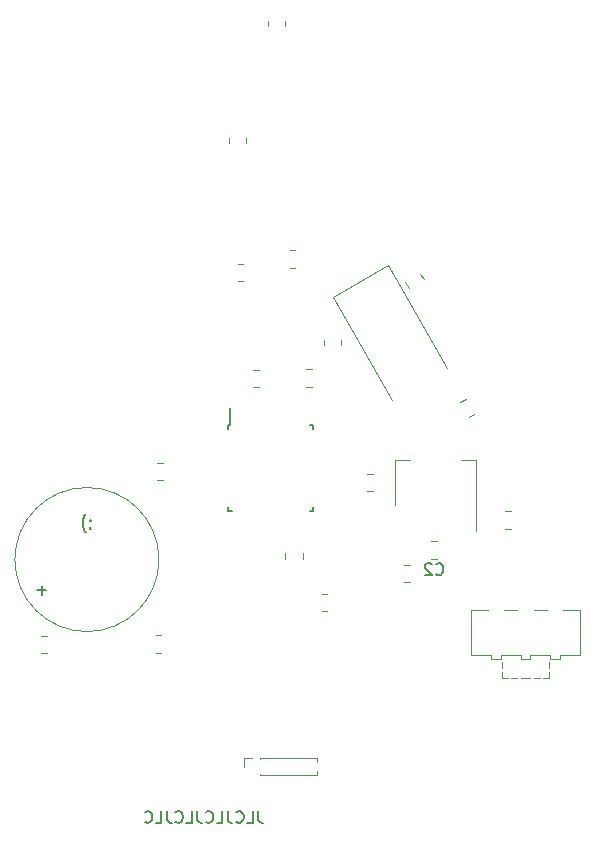
<source format=gbr>
%TF.GenerationSoftware,KiCad,Pcbnew,(5.1.10)-1*%
%TF.CreationDate,2021-11-13T13:30:36-05:00*%
%TF.ProjectId,Electronics Club,456c6563-7472-46f6-9e69-637320436c75,rev?*%
%TF.SameCoordinates,Original*%
%TF.FileFunction,Legend,Bot*%
%TF.FilePolarity,Positive*%
%FSLAX46Y46*%
G04 Gerber Fmt 4.6, Leading zero omitted, Abs format (unit mm)*
G04 Created by KiCad (PCBNEW (5.1.10)-1) date 2021-11-13 13:30:36*
%MOMM*%
%LPD*%
G01*
G04 APERTURE LIST*
%ADD10C,0.150000*%
%ADD11C,0.120000*%
G04 APERTURE END LIST*
D10*
X180552147Y-130681480D02*
X180552147Y-131395766D01*
X180599766Y-131538623D01*
X180695004Y-131633861D01*
X180837861Y-131681480D01*
X180933100Y-131681480D01*
X179599766Y-131681480D02*
X180075957Y-131681480D01*
X180075957Y-130681480D01*
X178695004Y-131586242D02*
X178742623Y-131633861D01*
X178885480Y-131681480D01*
X178980719Y-131681480D01*
X179123576Y-131633861D01*
X179218814Y-131538623D01*
X179266433Y-131443385D01*
X179314052Y-131252909D01*
X179314052Y-131110052D01*
X179266433Y-130919576D01*
X179218814Y-130824338D01*
X179123576Y-130729100D01*
X178980719Y-130681480D01*
X178885480Y-130681480D01*
X178742623Y-130729100D01*
X178695004Y-130776719D01*
X177980719Y-130681480D02*
X177980719Y-131395766D01*
X178028338Y-131538623D01*
X178123576Y-131633861D01*
X178266433Y-131681480D01*
X178361671Y-131681480D01*
X177028338Y-131681480D02*
X177504528Y-131681480D01*
X177504528Y-130681480D01*
X176123576Y-131586242D02*
X176171195Y-131633861D01*
X176314052Y-131681480D01*
X176409290Y-131681480D01*
X176552147Y-131633861D01*
X176647385Y-131538623D01*
X176695004Y-131443385D01*
X176742623Y-131252909D01*
X176742623Y-131110052D01*
X176695004Y-130919576D01*
X176647385Y-130824338D01*
X176552147Y-130729100D01*
X176409290Y-130681480D01*
X176314052Y-130681480D01*
X176171195Y-130729100D01*
X176123576Y-130776719D01*
X175409290Y-130681480D02*
X175409290Y-131395766D01*
X175456909Y-131538623D01*
X175552147Y-131633861D01*
X175695004Y-131681480D01*
X175790242Y-131681480D01*
X174456909Y-131681480D02*
X174933100Y-131681480D01*
X174933100Y-130681480D01*
X173552147Y-131586242D02*
X173599766Y-131633861D01*
X173742623Y-131681480D01*
X173837861Y-131681480D01*
X173980719Y-131633861D01*
X174075957Y-131538623D01*
X174123576Y-131443385D01*
X174171195Y-131252909D01*
X174171195Y-131110052D01*
X174123576Y-130919576D01*
X174075957Y-130824338D01*
X173980719Y-130729100D01*
X173837861Y-130681480D01*
X173742623Y-130681480D01*
X173599766Y-130729100D01*
X173552147Y-130776719D01*
X172837861Y-130681480D02*
X172837861Y-131395766D01*
X172885480Y-131538623D01*
X172980719Y-131633861D01*
X173123576Y-131681480D01*
X173218814Y-131681480D01*
X171885480Y-131681480D02*
X172361671Y-131681480D01*
X172361671Y-130681480D01*
X170980719Y-131586242D02*
X171028338Y-131633861D01*
X171171195Y-131681480D01*
X171266433Y-131681480D01*
X171409290Y-131633861D01*
X171504528Y-131538623D01*
X171552147Y-131443385D01*
X171599766Y-131252909D01*
X171599766Y-131110052D01*
X171552147Y-130919576D01*
X171504528Y-130824338D01*
X171409290Y-130729100D01*
X171266433Y-130681480D01*
X171171195Y-130681480D01*
X171028338Y-130729100D01*
X170980719Y-130776719D01*
X166300114Y-106627561D02*
X166300114Y-106675180D01*
X166347733Y-106770419D01*
X166395352Y-106818038D01*
X166347733Y-106056133D02*
X166300114Y-106103752D01*
X166347733Y-106151371D01*
X166395352Y-106103752D01*
X166347733Y-106056133D01*
X166347733Y-106151371D01*
X165966780Y-107056133D02*
X165919161Y-107008514D01*
X165823923Y-106865657D01*
X165776304Y-106770419D01*
X165728685Y-106627561D01*
X165681066Y-106389466D01*
X165681066Y-106198990D01*
X165728685Y-105960895D01*
X165776304Y-105818038D01*
X165823923Y-105722800D01*
X165919161Y-105579942D01*
X165966780Y-105532323D01*
D11*
%TO.C,BZ1*%
X172155200Y-109372400D02*
G75*
G03*
X172155200Y-109372400I-6100000J0D01*
G01*
%TO.C,C1*%
X201966552Y-106754600D02*
X201444048Y-106754600D01*
X201966552Y-105284600D02*
X201444048Y-105284600D01*
%TO.C,C2*%
X195195648Y-109294600D02*
X195718152Y-109294600D01*
X195195648Y-107824600D02*
X195718152Y-107824600D01*
%TO.C,C3*%
X184574548Y-93270400D02*
X185097052Y-93270400D01*
X184574548Y-94740400D02*
X185097052Y-94740400D01*
%TO.C,C4*%
X182856200Y-108784848D02*
X182856200Y-109307352D01*
X184326200Y-108784848D02*
X184326200Y-109307352D01*
%TO.C,C5*%
X180630552Y-94765800D02*
X180108048Y-94765800D01*
X180630552Y-93295800D02*
X180108048Y-93295800D01*
%TO.C,C6*%
X194558405Y-85625050D02*
X194297153Y-85172548D01*
X193285347Y-86360050D02*
X193024095Y-85907548D01*
%TO.C,C7*%
X198134350Y-95788995D02*
X197681848Y-96050247D01*
X198869350Y-97062053D02*
X198416848Y-97323305D01*
%TO.C,J1*%
X185557600Y-126203400D02*
X185557600Y-126503907D01*
X185557600Y-127292893D02*
X185557600Y-127593400D01*
X180682600Y-126203400D02*
X185557600Y-126203400D01*
X180682600Y-127593400D02*
X185557600Y-127593400D01*
X180682600Y-126203400D02*
X180682600Y-126290124D01*
X180682600Y-127506676D02*
X180682600Y-127593400D01*
X179997600Y-126203400D02*
X179312600Y-126203400D01*
X179312600Y-126203400D02*
X179312600Y-126898400D01*
%TO.C,R1*%
X182853000Y-64200264D02*
X182853000Y-63746136D01*
X181383000Y-64200264D02*
X181383000Y-63746136D01*
%TO.C,R2*%
X162634664Y-117321000D02*
X162180536Y-117321000D01*
X162634664Y-115851000D02*
X162180536Y-115851000D01*
%TO.C,R3*%
X179297064Y-84355000D02*
X178842936Y-84355000D01*
X179297064Y-85825000D02*
X178842936Y-85825000D01*
%TO.C,R4*%
X189780936Y-102135000D02*
X190235064Y-102135000D01*
X189780936Y-103605000D02*
X190235064Y-103605000D01*
%TO.C,R5*%
X187577400Y-91225864D02*
X187577400Y-90771736D01*
X186107400Y-91225864D02*
X186107400Y-90771736D01*
%TO.C,R6*%
X192930536Y-109805800D02*
X193384664Y-109805800D01*
X192930536Y-111275800D02*
X193384664Y-111275800D01*
%TO.C,R7*%
X172473864Y-101169800D02*
X172019736Y-101169800D01*
X172473864Y-102639800D02*
X172019736Y-102639800D01*
%TO.C,R8*%
X178081000Y-74125064D02*
X178081000Y-73670936D01*
X179551000Y-74125064D02*
X179551000Y-73670936D01*
%TO.C,R9*%
X183246536Y-84656600D02*
X183700664Y-84656600D01*
X183246536Y-83186600D02*
X183700664Y-83186600D01*
%TO.C,R10*%
X186409064Y-113765000D02*
X185954936Y-113765000D01*
X186409064Y-112295000D02*
X185954936Y-112295000D01*
%TO.C,R11*%
X172353464Y-115800200D02*
X171899336Y-115800200D01*
X172353464Y-117270200D02*
X171899336Y-117270200D01*
%TO.C,SW1*%
X200000000Y-113670000D02*
X198600000Y-113670000D01*
X198600000Y-113670000D02*
X198600000Y-117470000D01*
X207800000Y-117470000D02*
X207800000Y-113670000D01*
X207800000Y-113670000D02*
X206400000Y-113670000D01*
X201400000Y-113670000D02*
X202500000Y-113670000D01*
X202500000Y-113670000D02*
X202500000Y-113670000D01*
X203900000Y-113670000D02*
X205000000Y-113670000D01*
X205000000Y-113670000D02*
X205000000Y-113670000D01*
X198600000Y-117470000D02*
X200300000Y-117470000D01*
X200300000Y-117470000D02*
X200300000Y-117770000D01*
X200300000Y-117770000D02*
X201100000Y-117770000D01*
X201100000Y-117770000D02*
X201100000Y-117470000D01*
X201100000Y-117470000D02*
X202800000Y-117470000D01*
X202800000Y-117470000D02*
X202800000Y-117770000D01*
X202800000Y-117770000D02*
X203600000Y-117770000D01*
X203600000Y-117770000D02*
X203600000Y-117470000D01*
X203600000Y-117470000D02*
X205300000Y-117470000D01*
X205300000Y-117470000D02*
X205300000Y-117770000D01*
X205300000Y-117770000D02*
X206100000Y-117770000D01*
X206100000Y-117770000D02*
X206100000Y-117470000D01*
X206100000Y-117470000D02*
X207800000Y-117470000D01*
X207800000Y-117470000D02*
X207800000Y-117470000D01*
X205200000Y-119370000D02*
X205200000Y-118870000D01*
X205200000Y-118870000D02*
X205200000Y-118870000D01*
X205200000Y-119370000D02*
X204700000Y-119370000D01*
X204700000Y-119370000D02*
X204700000Y-119370000D01*
X201200000Y-119370000D02*
X201700000Y-119370000D01*
X201700000Y-119370000D02*
X201700000Y-119370000D01*
X201200000Y-119370000D02*
X201200000Y-118870000D01*
X201200000Y-118870000D02*
X201200000Y-118870000D01*
X201200000Y-118570000D02*
X201200000Y-118070000D01*
X201200000Y-118070000D02*
X201200000Y-118070000D01*
X205200000Y-118570000D02*
X205200000Y-118070000D01*
X205200000Y-118070000D02*
X205200000Y-118070000D01*
X204400000Y-119370000D02*
X203900000Y-119370000D01*
X203900000Y-119370000D02*
X203900000Y-119370000D01*
X202000000Y-119370000D02*
X202500000Y-119370000D01*
X202500000Y-119370000D02*
X202500000Y-119370000D01*
X202800000Y-119370000D02*
X203600000Y-119370000D01*
X203600000Y-119370000D02*
X203600000Y-119370000D01*
%TO.C,U2*%
X192170000Y-100960000D02*
X193430000Y-100960000D01*
X198990000Y-100960000D02*
X197730000Y-100960000D01*
X192170000Y-104720000D02*
X192170000Y-100960000D01*
X198990000Y-106970000D02*
X198990000Y-100960000D01*
D10*
%TO.C,U3*%
X177985000Y-97975000D02*
X178210000Y-97975000D01*
X177985000Y-105225000D02*
X178310000Y-105225000D01*
X185235000Y-105225000D02*
X184910000Y-105225000D01*
X185235000Y-97975000D02*
X184910000Y-97975000D01*
X177985000Y-97975000D02*
X177985000Y-98300000D01*
X185235000Y-97975000D02*
X185235000Y-98300000D01*
X185235000Y-105225000D02*
X185235000Y-104900000D01*
X177985000Y-105225000D02*
X177985000Y-104900000D01*
X178210000Y-97975000D02*
X178210000Y-96550000D01*
D11*
%TO.C,Y1*%
X191895131Y-95830501D02*
X186895131Y-87170247D01*
X186895131Y-87170247D02*
X191571669Y-84470247D01*
X191571669Y-84470247D02*
X196571669Y-93130501D01*
%TO.C,BZ1*%
D10*
X162626152Y-111983828D02*
X161864247Y-111983828D01*
X162245200Y-112364780D02*
X162245200Y-111602876D01*
%TO.C,C2*%
X195623566Y-110596742D02*
X195671185Y-110644361D01*
X195814042Y-110691980D01*
X195909280Y-110691980D01*
X196052138Y-110644361D01*
X196147376Y-110549123D01*
X196194995Y-110453885D01*
X196242614Y-110263409D01*
X196242614Y-110120552D01*
X196194995Y-109930076D01*
X196147376Y-109834838D01*
X196052138Y-109739600D01*
X195909280Y-109691980D01*
X195814042Y-109691980D01*
X195671185Y-109739600D01*
X195623566Y-109787219D01*
X195242614Y-109787219D02*
X195194995Y-109739600D01*
X195099757Y-109691980D01*
X194861661Y-109691980D01*
X194766423Y-109739600D01*
X194718804Y-109787219D01*
X194671185Y-109882457D01*
X194671185Y-109977695D01*
X194718804Y-110120552D01*
X195290233Y-110691980D01*
X194671185Y-110691980D01*
%TD*%
M02*

</source>
